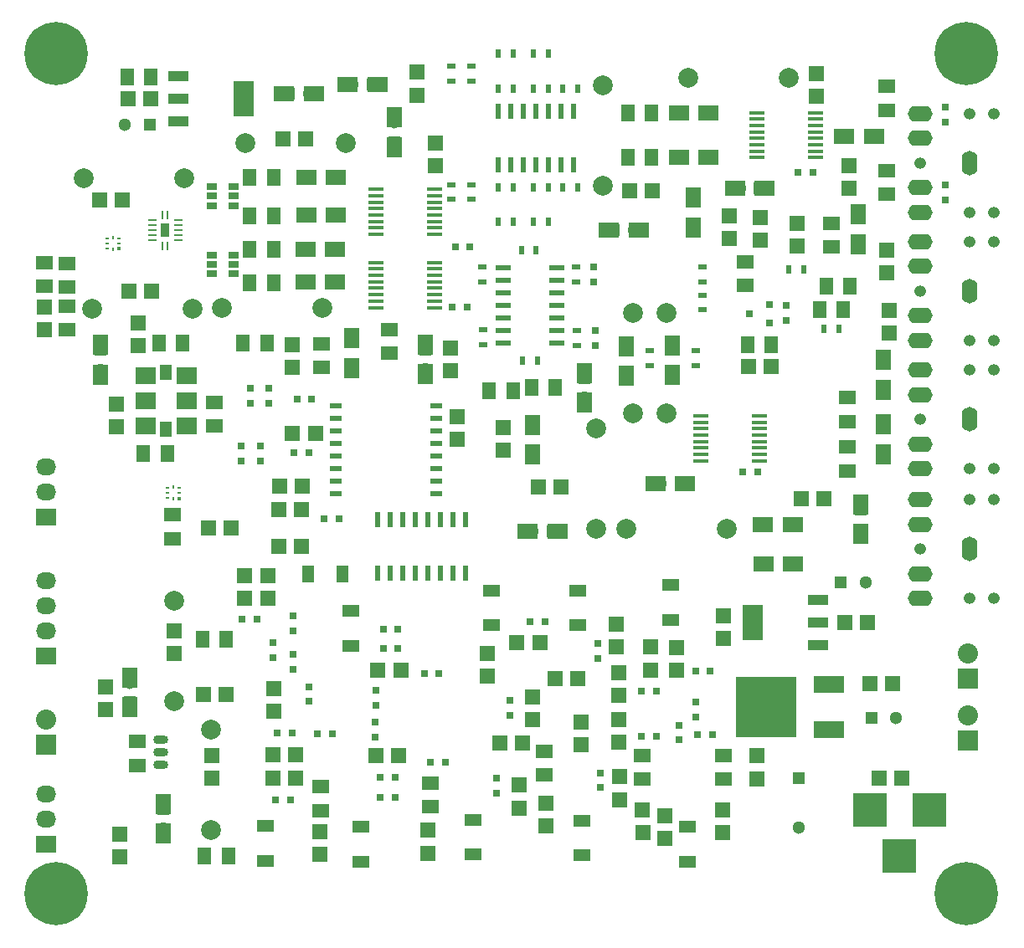
<source format=gts>
G04 #@! TF.FileFunction,Soldermask,Top*
%FSLAX46Y46*%
G04 Gerber Fmt 4.6, Leading zero omitted, Abs format (unit mm)*
G04 Created by KiCad (PCBNEW 4.0.3+e1-6302~38~ubuntu14.04.1-stable) date Thu Sep 29 11:28:22 2016*
%MOMM*%
%LPD*%
G01*
G04 APERTURE LIST*
%ADD10C,0.100000*%
%ADD11R,1.600000X1.600000*%
%ADD12R,1.400000X1.700000*%
%ADD13R,1.500000X0.600000*%
%ADD14R,0.750000X0.800000*%
%ADD15C,1.998980*%
%ADD16R,1.501140X2.148840*%
%ADD17R,0.800000X0.750000*%
%ADD18R,1.300000X1.300000*%
%ADD19C,1.300000*%
%ADD20R,1.700000X1.400000*%
%ADD21R,0.900000X0.500000*%
%ADD22R,0.500000X0.900000*%
%ADD23R,1.500000X0.450000*%
%ADD24R,2.032000X3.657600*%
%ADD25R,2.032000X1.016000*%
%ADD26R,1.060000X0.650000*%
%ADD27R,2.150000X1.700000*%
%ADD28R,1.300000X1.545000*%
%ADD29R,2.148840X1.501140*%
%ADD30O,1.600000X2.500000*%
%ADD31O,1.200000X1.200000*%
%ADD32O,2.500000X1.600000*%
%ADD33R,0.800100X0.800100*%
%ADD34R,0.900000X1.400000*%
%ADD35R,0.240000X0.900000*%
%ADD36R,0.900000X0.240000*%
%ADD37R,0.400000X0.320000*%
%ADD38R,0.400000X0.220000*%
%ADD39R,0.220000X0.400000*%
%ADD40R,0.600000X1.500000*%
%ADD41R,3.500120X3.500120*%
%ADD42R,1.143000X0.508000*%
%ADD43R,3.048000X1.651000*%
%ADD44R,6.096000X6.096000*%
%ADD45R,2.032000X1.727200*%
%ADD46O,2.032000X1.727200*%
%ADD47R,1.300480X1.699260*%
%ADD48R,1.699260X1.300480*%
%ADD49O,1.501140X0.899160*%
%ADD50R,2.032000X2.032000*%
%ADD51O,2.032000X2.032000*%
%ADD52C,6.400000*%
%ADD53C,0.600000*%
G04 APERTURE END LIST*
D10*
D11*
X131030000Y-91590000D03*
X128730000Y-91590000D03*
D12*
X92800000Y-68100000D03*
X95200000Y-68100000D03*
D13*
X99600000Y-63260000D03*
X99600000Y-61990000D03*
X99600000Y-60720000D03*
X99600000Y-59450000D03*
X99600000Y-58180000D03*
X99600000Y-56910000D03*
X99600000Y-55640000D03*
X94200000Y-55640000D03*
X94200000Y-56910000D03*
X94200000Y-58180000D03*
X94200000Y-59450000D03*
X94200000Y-60720000D03*
X94200000Y-61990000D03*
X94200000Y-63260000D03*
D14*
X103500000Y-63500000D03*
X103500000Y-62000000D03*
D15*
X110700000Y-60200000D03*
X110700000Y-70360000D03*
D16*
X132650000Y-64973860D03*
X132650000Y-67976140D03*
D14*
X138910000Y-48800000D03*
X138910000Y-47300000D03*
D17*
X124050000Y-46040000D03*
X125550000Y-46040000D03*
D11*
X72920000Y-63420000D03*
X72920000Y-65720000D03*
X129170000Y-45310000D03*
X129170000Y-47610000D03*
X121320000Y-65630000D03*
X119020000Y-65630000D03*
X133000000Y-56150000D03*
X133000000Y-53850000D03*
D14*
X103400000Y-55550000D03*
X103400000Y-57050000D03*
D11*
X57330000Y-63510000D03*
X57330000Y-61210000D03*
X47830000Y-61890000D03*
X47830000Y-59590000D03*
X134550000Y-107300000D03*
X132250000Y-107300000D03*
X133620000Y-97760000D03*
X131320000Y-97760000D03*
D18*
X131450000Y-101160000D03*
D19*
X133950000Y-101160000D03*
D11*
X74260000Y-42650000D03*
X71960000Y-42650000D03*
X97750000Y-77850000D03*
X100050000Y-77850000D03*
X56290000Y-38590000D03*
X58590000Y-38590000D03*
D18*
X58480000Y-41210000D03*
D19*
X55980000Y-41210000D03*
D15*
X106680000Y-82042000D03*
X116840000Y-82042000D03*
D12*
X99460000Y-67780000D03*
X97060000Y-67780000D03*
D20*
X133000000Y-39710000D03*
X133000000Y-37310000D03*
D21*
X91000000Y-35250000D03*
X91000000Y-36750000D03*
D22*
X97250000Y-34000000D03*
X98750000Y-34000000D03*
X101750000Y-37500000D03*
X100250000Y-37500000D03*
D21*
X89000000Y-35250000D03*
X89000000Y-36750000D03*
D20*
X75870000Y-65760000D03*
X75870000Y-63360000D03*
D12*
X68600000Y-46500000D03*
X71000000Y-46500000D03*
D20*
X127390000Y-51130000D03*
X127390000Y-53530000D03*
D22*
X95250000Y-51000000D03*
X93750000Y-51000000D03*
D21*
X91000000Y-48750000D03*
X91000000Y-47250000D03*
X114360000Y-59920000D03*
X114360000Y-58420000D03*
D22*
X97250000Y-51000000D03*
X98750000Y-51000000D03*
X97250000Y-47500000D03*
X98750000Y-47500000D03*
X101750000Y-47500000D03*
X100250000Y-47500000D03*
X126680000Y-61850000D03*
X128180000Y-61850000D03*
D21*
X89000000Y-48750000D03*
X89000000Y-47250000D03*
D12*
X68600000Y-57150000D03*
X71000000Y-57150000D03*
D20*
X129000000Y-76200000D03*
X129000000Y-73800000D03*
X50110000Y-61940000D03*
X50110000Y-59540000D03*
X50110000Y-55230000D03*
X50110000Y-57630000D03*
X47790000Y-57550000D03*
X47790000Y-55150000D03*
D23*
X119900000Y-39950000D03*
X119900000Y-40600000D03*
X119900000Y-41250000D03*
X119900000Y-41900000D03*
X119900000Y-42550000D03*
X119900000Y-43200000D03*
X119900000Y-43850000D03*
X119900000Y-44500000D03*
X125800000Y-44500000D03*
X125800000Y-43850000D03*
X125800000Y-43200000D03*
X125800000Y-42550000D03*
X125800000Y-41900000D03*
X125800000Y-41250000D03*
X125800000Y-40600000D03*
X125800000Y-39950000D03*
X114200000Y-70625000D03*
X114200000Y-71275000D03*
X114200000Y-71925000D03*
X114200000Y-72575000D03*
X114200000Y-73225000D03*
X114200000Y-73875000D03*
X114200000Y-74525000D03*
X114200000Y-75175000D03*
X120100000Y-75175000D03*
X120100000Y-74525000D03*
X120100000Y-73875000D03*
X120100000Y-73225000D03*
X120100000Y-72575000D03*
X120100000Y-71925000D03*
X120100000Y-71275000D03*
X120100000Y-70625000D03*
D24*
X119408000Y-91590000D03*
D25*
X126012000Y-91590000D03*
X126012000Y-89304000D03*
X126012000Y-93876000D03*
D24*
X67982000Y-38560000D03*
D25*
X61378000Y-38560000D03*
X61378000Y-40846000D03*
X61378000Y-36274000D03*
D26*
X66950000Y-49350000D03*
X66950000Y-48400000D03*
X66950000Y-47450000D03*
X64750000Y-47450000D03*
X64750000Y-49350000D03*
X64750000Y-48400000D03*
D27*
X62195000Y-69110000D03*
X58045000Y-69110000D03*
X62195000Y-66570000D03*
X62195000Y-71650000D03*
X58045000Y-66570000D03*
X58045000Y-71650000D03*
D28*
X60120000Y-66257500D03*
X60120000Y-71962500D03*
D29*
X74298860Y-46500000D03*
X77301140Y-46500000D03*
D30*
X141350000Y-45060000D03*
D31*
X136350000Y-45060000D03*
D32*
X136350000Y-40060000D03*
X136350000Y-42560000D03*
X136350000Y-47560000D03*
X136350000Y-50060000D03*
D31*
X141350000Y-40060000D03*
X141350000Y-50060000D03*
X143850000Y-40060000D03*
X143850000Y-50060000D03*
D30*
X141350000Y-58010000D03*
D31*
X136350000Y-58010000D03*
D32*
X136350000Y-53010000D03*
X136350000Y-55510000D03*
X136350000Y-60510000D03*
X136350000Y-63010000D03*
D31*
X141350000Y-53010000D03*
X141350000Y-63010000D03*
X143850000Y-53010000D03*
X143850000Y-63010000D03*
D30*
X141350000Y-71000000D03*
D31*
X136350000Y-71000000D03*
D32*
X136350000Y-66000000D03*
X136350000Y-68500000D03*
X136350000Y-73500000D03*
X136350000Y-76000000D03*
D31*
X141350000Y-66000000D03*
X141350000Y-76000000D03*
X143850000Y-66000000D03*
X143850000Y-76000000D03*
D30*
X141350000Y-84120000D03*
D31*
X136350000Y-84120000D03*
D32*
X136350000Y-79120000D03*
X136350000Y-81620000D03*
X136350000Y-86620000D03*
X136350000Y-89120000D03*
D31*
X141350000Y-79120000D03*
X141350000Y-89120000D03*
X143850000Y-79120000D03*
X143850000Y-89120000D03*
D11*
X125850000Y-35970000D03*
X125850000Y-38270000D03*
X109330000Y-47860000D03*
X107030000Y-47860000D03*
D14*
X138950000Y-39400000D03*
X138950000Y-40900000D03*
D11*
X85530000Y-38170000D03*
X85530000Y-35870000D03*
X88900000Y-66090000D03*
X88900000Y-63790000D03*
X87400000Y-43000000D03*
X87400000Y-45300000D03*
X120230000Y-52840000D03*
X120230000Y-50540000D03*
X123970000Y-51190000D03*
X123970000Y-53490000D03*
D14*
X67700000Y-75200000D03*
X67700000Y-73700000D03*
X68620000Y-69340000D03*
X68620000Y-67840000D03*
D29*
X74298860Y-50300000D03*
X77301140Y-50300000D03*
D11*
X73850000Y-80080000D03*
X71550000Y-80080000D03*
X71620000Y-77720000D03*
X73920000Y-77720000D03*
D17*
X90850000Y-53500000D03*
X89350000Y-53500000D03*
X73090000Y-74330000D03*
X74590000Y-74330000D03*
D11*
X75220000Y-72450000D03*
X72920000Y-72450000D03*
D17*
X73370000Y-68980000D03*
X74870000Y-68980000D03*
D11*
X117060000Y-50360000D03*
X117060000Y-52660000D03*
X133220000Y-59950000D03*
X133220000Y-62250000D03*
D29*
X74198860Y-53800000D03*
X77201140Y-53800000D03*
D14*
X122830000Y-59480000D03*
X122830000Y-60980000D03*
D11*
X53410000Y-48790000D03*
X55710000Y-48790000D03*
X58670000Y-58000000D03*
X56370000Y-58000000D03*
D29*
X74198860Y-57100000D03*
X77201140Y-57100000D03*
D11*
X124370000Y-79030000D03*
X126670000Y-79030000D03*
D17*
X90550000Y-59600000D03*
X89050000Y-59600000D03*
D16*
X106700000Y-66601140D03*
X106700000Y-63598860D03*
D11*
X94225000Y-74150000D03*
X94225000Y-71850000D03*
D16*
X132675000Y-71498860D03*
X132675000Y-74501140D03*
D17*
X118450000Y-76350000D03*
X119950000Y-76350000D03*
D16*
X111350000Y-66501140D03*
X111350000Y-63498860D03*
D29*
X123501140Y-81650000D03*
X120498860Y-81650000D03*
X123551140Y-85650000D03*
X120548860Y-85650000D03*
D11*
X55130000Y-69410000D03*
X55130000Y-71710000D03*
D15*
X68170000Y-43030000D03*
X78330000Y-43030000D03*
D14*
X69650000Y-75210000D03*
X69650000Y-73710000D03*
X70490000Y-69340000D03*
X70490000Y-67840000D03*
D17*
X76100000Y-81080000D03*
X77600000Y-81080000D03*
D15*
X107350000Y-60200000D03*
X107350000Y-70360000D03*
D33*
X121150760Y-61250000D03*
X121150760Y-59350000D03*
X119151780Y-60300000D03*
D22*
X95250000Y-34000000D03*
X93750000Y-34000000D03*
D12*
X109200000Y-40000000D03*
X106800000Y-40000000D03*
D22*
X93750000Y-37500000D03*
X95250000Y-37500000D03*
D20*
X132990000Y-48240000D03*
X132990000Y-45840000D03*
D22*
X97250000Y-37500000D03*
X98750000Y-37500000D03*
D12*
X109200000Y-44500000D03*
X106800000Y-44500000D03*
D20*
X82720000Y-64290000D03*
X82720000Y-61890000D03*
D12*
X67900000Y-63280000D03*
X70300000Y-63280000D03*
D22*
X124600000Y-55800000D03*
X123100000Y-55800000D03*
D12*
X129280000Y-57490000D03*
X126880000Y-57490000D03*
D20*
X118660000Y-55040000D03*
X118660000Y-57440000D03*
D12*
X121330000Y-63420000D03*
X118930000Y-63420000D03*
X68600000Y-50400000D03*
X71000000Y-50400000D03*
D22*
X93750000Y-47500000D03*
X95250000Y-47500000D03*
D21*
X114380000Y-57100000D03*
X114380000Y-55600000D03*
D12*
X68600000Y-53800000D03*
X71000000Y-53800000D03*
D21*
X109050000Y-64050000D03*
X109050000Y-65550000D03*
D22*
X97700000Y-65050000D03*
X96200000Y-65050000D03*
D20*
X129000000Y-71200000D03*
X129000000Y-68800000D03*
D21*
X92150000Y-61950000D03*
X92150000Y-63450000D03*
X101700000Y-62000000D03*
X101700000Y-63500000D03*
X113650000Y-64050000D03*
X113650000Y-65550000D03*
X101600000Y-55550000D03*
X101600000Y-57050000D03*
X92100000Y-57050000D03*
X92100000Y-55550000D03*
D22*
X97550000Y-53900000D03*
X96050000Y-53900000D03*
D20*
X64990000Y-69260000D03*
X64990000Y-71660000D03*
D12*
X60240000Y-74460000D03*
X57840000Y-74460000D03*
X61800000Y-63310000D03*
X59400000Y-63310000D03*
X56180000Y-36310000D03*
X58580000Y-36310000D03*
D23*
X81350000Y-47725000D03*
X81350000Y-48375000D03*
X81350000Y-49025000D03*
X81350000Y-49675000D03*
X81350000Y-50325000D03*
X81350000Y-50975000D03*
X81350000Y-51625000D03*
X81350000Y-52275000D03*
X87250000Y-52275000D03*
X87250000Y-51625000D03*
X87250000Y-50975000D03*
X87250000Y-50325000D03*
X87250000Y-49675000D03*
X87250000Y-49025000D03*
X87250000Y-48375000D03*
X87250000Y-47725000D03*
D26*
X66950000Y-56250000D03*
X66950000Y-55300000D03*
X66950000Y-54350000D03*
X64750000Y-54350000D03*
X64750000Y-56250000D03*
X64750000Y-55300000D03*
D23*
X81350000Y-55125000D03*
X81350000Y-55775000D03*
X81350000Y-56425000D03*
X81350000Y-57075000D03*
X81350000Y-57725000D03*
X81350000Y-58375000D03*
X81350000Y-59025000D03*
X81350000Y-59675000D03*
X87250000Y-59675000D03*
X87250000Y-59025000D03*
X87250000Y-58375000D03*
X87250000Y-57725000D03*
X87250000Y-57075000D03*
X87250000Y-56425000D03*
X87250000Y-55775000D03*
X87250000Y-55125000D03*
D34*
X60050000Y-51860000D03*
D35*
X59800000Y-53410000D03*
X59800000Y-50310000D03*
X60300000Y-53410000D03*
X60300000Y-50310000D03*
D36*
X58750000Y-52860000D03*
X58750000Y-52360000D03*
X58750000Y-51860000D03*
X58750000Y-51360000D03*
X61350000Y-52860000D03*
X61350000Y-52360000D03*
X61350000Y-51860000D03*
X61350000Y-51360000D03*
X58750000Y-50860000D03*
X61350000Y-50860000D03*
D37*
X55350000Y-53730000D03*
D38*
X55350000Y-53170000D03*
X55350000Y-52670000D03*
D39*
X54750000Y-52570000D03*
D38*
X54150000Y-52670000D03*
X54150000Y-53170000D03*
X54150000Y-53670000D03*
D39*
X54750000Y-53770000D03*
D40*
X93690000Y-45200000D03*
X94960000Y-45200000D03*
X96230000Y-45200000D03*
X97500000Y-45200000D03*
X98770000Y-45200000D03*
X100040000Y-45200000D03*
X101310000Y-45200000D03*
X101310000Y-39800000D03*
X100040000Y-39800000D03*
X98770000Y-39800000D03*
X97500000Y-39800000D03*
X96230000Y-39800000D03*
X94960000Y-39800000D03*
X93690000Y-39800000D03*
D41*
X131299860Y-110500000D03*
X137299340Y-110500000D03*
X134299600Y-115199000D03*
D15*
X112910000Y-36460000D03*
X123070000Y-36460000D03*
D12*
X126230000Y-59880000D03*
X128630000Y-59880000D03*
D29*
X115001140Y-40000000D03*
X111998860Y-40000000D03*
X115001140Y-44500000D03*
X111998860Y-44500000D03*
D11*
X89570000Y-73040000D03*
X89570000Y-70740000D03*
D42*
X77290000Y-69595000D03*
X77290000Y-70865000D03*
X77290000Y-72135000D03*
X77290000Y-73405000D03*
X77290000Y-74675000D03*
X77290000Y-75945000D03*
X77290000Y-77215000D03*
X77290000Y-78485000D03*
X87450000Y-78485000D03*
X87450000Y-77215000D03*
X87450000Y-75945000D03*
X87450000Y-74675000D03*
X87450000Y-73405000D03*
X87450000Y-72135000D03*
X87450000Y-70865000D03*
X87450000Y-69595000D03*
D15*
X104300000Y-37220000D03*
X104300000Y-47380000D03*
X51800000Y-46630000D03*
X61960000Y-46630000D03*
X62830000Y-59760000D03*
X52670000Y-59760000D03*
X75970000Y-59740000D03*
X65810000Y-59740000D03*
X103632000Y-82042000D03*
X103632000Y-71882000D03*
D43*
X127180000Y-102426000D03*
D44*
X120830000Y-100140000D03*
D43*
X127180000Y-97854000D03*
D18*
X128380000Y-87500000D03*
D19*
X130880000Y-87500000D03*
D45*
X48000000Y-80920000D03*
D46*
X48000000Y-78380000D03*
X48000000Y-75840000D03*
D11*
X64760000Y-105020000D03*
X64760000Y-107320000D03*
X60970000Y-94670000D03*
X60970000Y-92370000D03*
X75690000Y-112680000D03*
X75690000Y-114980000D03*
X71050000Y-98200000D03*
X71050000Y-100500000D03*
X54040000Y-98090000D03*
X54040000Y-100390000D03*
D14*
X74570000Y-99550000D03*
X74570000Y-98050000D03*
D11*
X68090000Y-86810000D03*
X70390000Y-86810000D03*
X68090000Y-89060000D03*
X70390000Y-89060000D03*
D17*
X69310000Y-91180000D03*
X67810000Y-91180000D03*
D11*
X73250000Y-104940000D03*
X70950000Y-104940000D03*
X73210000Y-107320000D03*
X70910000Y-107320000D03*
D17*
X71200000Y-109520000D03*
X72700000Y-109520000D03*
X75410000Y-102830000D03*
X76910000Y-102830000D03*
D14*
X72940000Y-92390000D03*
X72940000Y-90890000D03*
X81280000Y-103120000D03*
X81280000Y-101620000D03*
D17*
X82090000Y-94140000D03*
X83590000Y-94140000D03*
X81780000Y-107210000D03*
X83280000Y-107210000D03*
X81770000Y-109230000D03*
X83270000Y-109230000D03*
D11*
X98530000Y-109840000D03*
X98530000Y-112140000D03*
D17*
X86220000Y-96680000D03*
X87720000Y-96680000D03*
X86840000Y-105730000D03*
X88340000Y-105730000D03*
D14*
X94910000Y-100910000D03*
X94910000Y-99410000D03*
D17*
X96960000Y-91480000D03*
X98460000Y-91480000D03*
D14*
X93540000Y-107340000D03*
X93540000Y-108840000D03*
D11*
X97160000Y-99090000D03*
X97160000Y-101390000D03*
X95860000Y-110310000D03*
X95860000Y-108010000D03*
X101780000Y-97220000D03*
X99480000Y-97220000D03*
X105910000Y-101340000D03*
X105910000Y-103640000D03*
X105650000Y-91740000D03*
X105650000Y-94040000D03*
D14*
X103770000Y-95200000D03*
X103770000Y-93700000D03*
D11*
X102050000Y-101630000D03*
X102050000Y-103930000D03*
D14*
X104000000Y-108260000D03*
X104000000Y-106760000D03*
D11*
X109110000Y-94040000D03*
X109110000Y-96340000D03*
X105980000Y-109470000D03*
X105980000Y-107170000D03*
D14*
X111960000Y-103430000D03*
X111960000Y-101930000D03*
D11*
X111760000Y-94100000D03*
X111760000Y-96400000D03*
X110570000Y-113430000D03*
X110570000Y-111130000D03*
X119860000Y-107350000D03*
X119860000Y-105050000D03*
X116450000Y-90880000D03*
X116450000Y-93180000D03*
X55460000Y-112930000D03*
X55460000Y-115230000D03*
D47*
X74469940Y-86600000D03*
X77970060Y-86600000D03*
D48*
X70160000Y-112159940D03*
X70160000Y-115660060D03*
X78820000Y-93900060D03*
X78820000Y-90399940D03*
X79820000Y-112249940D03*
X79820000Y-115750060D03*
X93000000Y-91820060D03*
X93000000Y-88319940D03*
X91170000Y-111519940D03*
X91170000Y-115020060D03*
X101740000Y-91810060D03*
X101740000Y-88309940D03*
X102150000Y-111599940D03*
X102150000Y-115100060D03*
X111170000Y-91270060D03*
X111170000Y-87769940D03*
X112880000Y-112249940D03*
X112880000Y-115750060D03*
D14*
X72980000Y-94800000D03*
X72980000Y-96300000D03*
X70900000Y-93620000D03*
X70900000Y-95120000D03*
D17*
X72860000Y-102740000D03*
X71360000Y-102740000D03*
D14*
X81310000Y-98440000D03*
X81310000Y-99940000D03*
D11*
X81550000Y-96340000D03*
X83850000Y-96340000D03*
X81370000Y-104970000D03*
X83670000Y-104970000D03*
X92590000Y-96980000D03*
X92590000Y-94680000D03*
X95610000Y-93540000D03*
X97910000Y-93540000D03*
X93870000Y-103750000D03*
X96170000Y-103750000D03*
X105900000Y-98900000D03*
X105900000Y-96600000D03*
D17*
X109700000Y-98520000D03*
X108200000Y-98520000D03*
X109700000Y-103100000D03*
X108200000Y-103100000D03*
D14*
X113690000Y-99610000D03*
X113690000Y-101110000D03*
D17*
X115160000Y-96500000D03*
X113660000Y-96500000D03*
X115380000Y-102920000D03*
X113880000Y-102920000D03*
D45*
X48000000Y-114000000D03*
D46*
X48000000Y-111460000D03*
X48000000Y-108920000D03*
D12*
X63820000Y-93210000D03*
X66220000Y-93210000D03*
X64030000Y-115210000D03*
X66430000Y-115210000D03*
D20*
X75750000Y-110560000D03*
X75750000Y-108160000D03*
X86840000Y-110190000D03*
X86840000Y-107790000D03*
X98370000Y-107000000D03*
X98370000Y-104600000D03*
X108300000Y-107400000D03*
X108300000Y-105000000D03*
X116450000Y-107400000D03*
X116450000Y-105000000D03*
D49*
X59590000Y-104710000D03*
X59590000Y-105980000D03*
X59590000Y-103440000D03*
D17*
X82090000Y-92210000D03*
X83590000Y-92210000D03*
D11*
X71550000Y-83820000D03*
X73850000Y-83820000D03*
D40*
X90435000Y-81120000D03*
X89165000Y-81120000D03*
X87895000Y-81120000D03*
X86625000Y-81120000D03*
X85355000Y-81120000D03*
X84085000Y-81120000D03*
X82815000Y-81120000D03*
X81545000Y-81120000D03*
X81545000Y-86520000D03*
X82815000Y-86520000D03*
X84085000Y-86520000D03*
X85355000Y-86520000D03*
X86625000Y-86520000D03*
X87895000Y-86520000D03*
X89165000Y-86520000D03*
X90435000Y-86520000D03*
D15*
X60920000Y-89380000D03*
X60920000Y-99540000D03*
X64710000Y-102370000D03*
X64710000Y-112530000D03*
D11*
X86640000Y-112580000D03*
X86640000Y-114880000D03*
X108300000Y-110520000D03*
X108320000Y-112820000D03*
X116430000Y-110520000D03*
X116430000Y-112820000D03*
X66170000Y-98860000D03*
X63870000Y-98860000D03*
D20*
X57180000Y-106010000D03*
X57180000Y-103610000D03*
D11*
X66710000Y-81960000D03*
X64410000Y-81960000D03*
D20*
X60760000Y-83050000D03*
X60760000Y-80650000D03*
D45*
X48000000Y-94940000D03*
D46*
X48000000Y-92400000D03*
X48000000Y-89860000D03*
X48000000Y-87320000D03*
D37*
X61450000Y-79020000D03*
D38*
X61450000Y-78460000D03*
X61450000Y-77960000D03*
D39*
X60850000Y-77860000D03*
D38*
X60250000Y-77960000D03*
X60250000Y-78460000D03*
X60250000Y-78960000D03*
D39*
X60850000Y-79060000D03*
D50*
X141240000Y-97190000D03*
D51*
X141240000Y-94650000D03*
D50*
X48000000Y-103880000D03*
D51*
X48000000Y-101340000D03*
D50*
X141200000Y-103480000D03*
D51*
X141200000Y-100940000D03*
D18*
X124090000Y-107290000D03*
D19*
X124090000Y-112290000D03*
D52*
X49000000Y-119000000D03*
D53*
X51400000Y-119000000D03*
X50697056Y-120697056D03*
X49000000Y-121400000D03*
X47302944Y-120697056D03*
X46600000Y-119000000D03*
X47302944Y-117302944D03*
X49000000Y-116600000D03*
X50697056Y-117302944D03*
D52*
X141000000Y-119000000D03*
D53*
X143400000Y-119000000D03*
X142697056Y-120697056D03*
X141000000Y-121400000D03*
X139302944Y-120697056D03*
X138600000Y-119000000D03*
X139302944Y-117302944D03*
X141000000Y-116600000D03*
X142697056Y-117302944D03*
D52*
X141000000Y-34000000D03*
D53*
X143400000Y-34000000D03*
X142697056Y-35697056D03*
X141000000Y-36400000D03*
X139302944Y-35697056D03*
X138600000Y-34000000D03*
X139302944Y-32302944D03*
X141000000Y-31600000D03*
X142697056Y-32302944D03*
D52*
X49000000Y-34000000D03*
D53*
X51400000Y-34000000D03*
X50697056Y-35697056D03*
X49000000Y-36400000D03*
X47302944Y-35697056D03*
X46600000Y-34000000D03*
X47302944Y-32302944D03*
X49000000Y-31600000D03*
X50697056Y-32302944D03*
D29*
X128688860Y-42390000D03*
X131691140Y-42390000D03*
D16*
X130140000Y-50268860D03*
X130140000Y-53271140D03*
D18*
X130350000Y-80110000D03*
D19*
X130350000Y-82110000D03*
D16*
X130350000Y-79608860D03*
X130350000Y-82611140D03*
D18*
X102470000Y-66810000D03*
D19*
X102470000Y-68810000D03*
D16*
X102470000Y-66308860D03*
X102470000Y-69311140D03*
D18*
X112130000Y-77460000D03*
D19*
X110130000Y-77460000D03*
D29*
X112631140Y-77460000D03*
X109628860Y-77460000D03*
D18*
X56440000Y-99630000D03*
D19*
X56440000Y-97630000D03*
D16*
X56440000Y-100131140D03*
X56440000Y-97128860D03*
D18*
X59820000Y-110400000D03*
D19*
X59820000Y-112400000D03*
D16*
X59820000Y-109898860D03*
X59820000Y-112901140D03*
D18*
X80990000Y-37100000D03*
D19*
X78990000Y-37100000D03*
D29*
X81491140Y-37100000D03*
X78488860Y-37100000D03*
D18*
X83190000Y-42940000D03*
D19*
X83190000Y-40940000D03*
D16*
X83190000Y-43441140D03*
X83190000Y-40438860D03*
X113450000Y-48548860D03*
X113450000Y-51551140D03*
D18*
X53480000Y-63950000D03*
D19*
X53480000Y-65950000D03*
D16*
X53480000Y-63448860D03*
X53480000Y-66451140D03*
D18*
X72570000Y-38080000D03*
D19*
X74570000Y-38080000D03*
D29*
X72068860Y-38080000D03*
X75071140Y-38080000D03*
D18*
X99210000Y-82280000D03*
D19*
X97210000Y-82280000D03*
D29*
X99711140Y-82280000D03*
X96708860Y-82280000D03*
D18*
X105426000Y-51816000D03*
D19*
X107426000Y-51816000D03*
D29*
X104924860Y-51816000D03*
X107927140Y-51816000D03*
D16*
X78930000Y-65771140D03*
X78930000Y-62768860D03*
D18*
X86360000Y-63920000D03*
D19*
X86360000Y-65920000D03*
D16*
X86360000Y-63418860D03*
X86360000Y-66421140D03*
D18*
X120160000Y-47590000D03*
D19*
X118160000Y-47590000D03*
D29*
X120661140Y-47590000D03*
X117658860Y-47590000D03*
D16*
X97150000Y-74531140D03*
X97150000Y-71528860D03*
M02*

</source>
